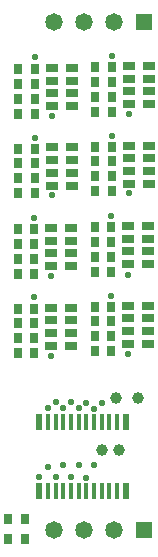
<source format=gts>
%FSLAX44Y44*%
%MOMM*%
G71*
G01*
G75*
G04 Layer_Color=8388736*
%ADD10R,0.8000X0.9000*%
%ADD11C,1.0000*%
%ADD12R,1.0000X0.7250*%
%ADD13R,0.6000X1.3500*%
%ADD14R,0.4000X1.3500*%
%ADD15C,0.5000*%
%ADD16C,0.2000*%
%ADD17C,0.2540*%
%ADD18R,1.5000X1.5000*%
%ADD19C,1.5000*%
%ADD20C,0.6000*%
%ADD21R,0.7800X0.8800*%
%ADD22C,0.9800*%
%ADD23R,0.9800X0.7050*%
%ADD24R,0.5800X1.3300*%
%ADD25R,0.3800X1.3300*%
%ADD26R,1.4800X1.4800*%
%ADD27C,1.4800*%
%ADD28C,0.5800*%
D21*
X539502Y958350D02*
D03*
X553502D02*
D03*
X539502Y983375D02*
D03*
X553502D02*
D03*
X539502Y945650D02*
D03*
X553502D02*
D03*
X553750Y1118870D02*
D03*
X539750D02*
D03*
X553750Y1106545D02*
D03*
X539750D02*
D03*
Y1148455D02*
D03*
X553750D02*
D03*
X604910Y1095510D02*
D03*
X618910D02*
D03*
X539750Y1093845D02*
D03*
X553750D02*
D03*
X604910Y1082810D02*
D03*
X618910D02*
D03*
X539750Y1081145D02*
D03*
X553750D02*
D03*
Y1186180D02*
D03*
X539750D02*
D03*
Y1161155D02*
D03*
X553750D02*
D03*
Y1173855D02*
D03*
X539750D02*
D03*
X604662Y1040025D02*
D03*
X618662D02*
D03*
X604910Y1150120D02*
D03*
X618910D02*
D03*
X604910Y1120535D02*
D03*
X618910D02*
D03*
X604662Y1027325D02*
D03*
X618662D02*
D03*
X604662Y1052350D02*
D03*
X618662D02*
D03*
X604662Y1014625D02*
D03*
X618662D02*
D03*
X604910Y1162820D02*
D03*
X618910D02*
D03*
Y1175520D02*
D03*
X604910D02*
D03*
X618910Y1187845D02*
D03*
X604910D02*
D03*
X539502Y1012960D02*
D03*
X553502D02*
D03*
X531480Y805180D02*
D03*
X545480D02*
D03*
X531480Y788670D02*
D03*
X545480D02*
D03*
X604662Y960015D02*
D03*
X618662D02*
D03*
X604662Y985040D02*
D03*
X618662D02*
D03*
X604662Y972715D02*
D03*
X618662D02*
D03*
X539502Y1050685D02*
D03*
X553502D02*
D03*
X539502Y1038360D02*
D03*
X553502D02*
D03*
X539502Y971050D02*
D03*
X553502D02*
D03*
X604662Y947315D02*
D03*
X618662D02*
D03*
X604910Y1108210D02*
D03*
X618910D02*
D03*
X539502Y1025660D02*
D03*
X553502D02*
D03*
D22*
X624840Y863600D02*
D03*
X610870D02*
D03*
X622300Y908050D02*
D03*
X641350D02*
D03*
D23*
X568080Y1119745D02*
D03*
Y1108995D02*
D03*
Y1098245D02*
D03*
Y1087495D02*
D03*
X585080Y1119745D02*
D03*
Y1108995D02*
D03*
Y1098245D02*
D03*
Y1087495D02*
D03*
X567832Y984250D02*
D03*
Y973500D02*
D03*
Y962750D02*
D03*
Y952000D02*
D03*
X584832Y984250D02*
D03*
Y973500D02*
D03*
Y962750D02*
D03*
Y952000D02*
D03*
X567832Y1051560D02*
D03*
Y1040810D02*
D03*
Y1030060D02*
D03*
Y1019310D02*
D03*
X584832Y1051560D02*
D03*
Y1040810D02*
D03*
Y1030060D02*
D03*
Y1019310D02*
D03*
X632992Y985915D02*
D03*
Y975165D02*
D03*
Y964415D02*
D03*
Y953665D02*
D03*
X649992Y985915D02*
D03*
Y975165D02*
D03*
Y964415D02*
D03*
Y953665D02*
D03*
X568080Y1187055D02*
D03*
Y1176305D02*
D03*
Y1165555D02*
D03*
Y1154805D02*
D03*
X585080Y1187055D02*
D03*
Y1176305D02*
D03*
Y1165555D02*
D03*
Y1154805D02*
D03*
X633240Y1121410D02*
D03*
Y1110660D02*
D03*
Y1099910D02*
D03*
Y1089160D02*
D03*
X650240Y1121410D02*
D03*
Y1110660D02*
D03*
Y1099910D02*
D03*
Y1089160D02*
D03*
X632992Y1053225D02*
D03*
Y1042475D02*
D03*
Y1031725D02*
D03*
Y1020975D02*
D03*
X649992Y1053225D02*
D03*
Y1042475D02*
D03*
Y1031725D02*
D03*
Y1020975D02*
D03*
X633240Y1188720D02*
D03*
Y1177970D02*
D03*
Y1167220D02*
D03*
Y1156470D02*
D03*
X650240Y1188720D02*
D03*
Y1177970D02*
D03*
Y1167220D02*
D03*
Y1156470D02*
D03*
D24*
X630920Y887730D02*
D03*
X557420D02*
D03*
X630920Y829230D02*
D03*
X557420D02*
D03*
D25*
X623420Y887730D02*
D03*
X616920D02*
D03*
X610420D02*
D03*
X603920D02*
D03*
X597420D02*
D03*
X590920D02*
D03*
X584420D02*
D03*
X577920D02*
D03*
X571420D02*
D03*
X564920D02*
D03*
X623420Y829230D02*
D03*
X616920D02*
D03*
X610420D02*
D03*
X603920D02*
D03*
X597420D02*
D03*
X590920D02*
D03*
X584420D02*
D03*
X577920D02*
D03*
X571420D02*
D03*
X564920D02*
D03*
D26*
X646430Y796290D02*
D03*
Y1226185D02*
D03*
D27*
X621030Y796290D02*
D03*
X595630D02*
D03*
X570230D02*
D03*
Y1226185D02*
D03*
X595630D02*
D03*
X621030D02*
D03*
D28*
X553750Y1196310D02*
D03*
X618910Y1197190D02*
D03*
Y1129880D02*
D03*
X553502Y1060232D02*
D03*
X618662Y1061548D02*
D03*
X553502Y992922D02*
D03*
X618662Y994238D02*
D03*
X553750Y1127760D02*
D03*
X568080Y1146810D02*
D03*
X633240Y1148080D02*
D03*
X568080Y1079500D02*
D03*
X633240Y1081260D02*
D03*
X567832Y1010920D02*
D03*
X632992Y1012190D02*
D03*
X567832Y943610D02*
D03*
X632992Y944880D02*
D03*
X571420Y840660D02*
D03*
X584420Y840520D02*
D03*
X597420Y840220D02*
D03*
X564920Y898930D02*
D03*
X571420Y904160D02*
D03*
X577920Y899090D02*
D03*
X584420Y904020D02*
D03*
X590920Y898790D02*
D03*
X597420Y903720D02*
D03*
X603920Y898490D02*
D03*
X610420Y903420D02*
D03*
X557420Y840740D02*
D03*
X577920Y850900D02*
D03*
X590920Y850530D02*
D03*
X603920Y850900D02*
D03*
X564920Y849630D02*
D03*
M02*

</source>
